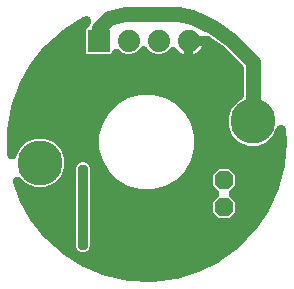
<source format=gbl>
G04 EAGLE Gerber RS-274X export*
G75*
%MOMM*%
%FSLAX34Y34*%
%LPD*%
%INBottom Copper*%
%IPPOS*%
%AMOC8*
5,1,8,0,0,1.08239X$1,22.5*%
G01*
%ADD10C,3.810000*%
%ADD11R,1.879600X1.879600*%
%ADD12C,1.879600*%
%ADD13P,1.732040X8X22.500000*%
%ADD14C,1.270000*%
%ADD15C,0.956400*%
%ADD16C,0.812800*%

G36*
X130260Y6473D02*
X130260Y6473D01*
X130331Y6485D01*
X130379Y6487D01*
X149657Y8955D01*
X150216Y9067D01*
X150283Y9091D01*
X150331Y9101D01*
X168914Y14792D01*
X169446Y14996D01*
X169508Y15031D01*
X169553Y15049D01*
X186908Y23798D01*
X187397Y24090D01*
X187453Y24135D01*
X187494Y24160D01*
X203120Y35717D01*
X203219Y35801D01*
X203295Y35857D01*
X203375Y35934D01*
X203553Y36087D01*
X203601Y36140D01*
X203638Y36172D01*
X217086Y50203D01*
X217450Y50641D01*
X217488Y50702D01*
X217518Y50739D01*
X228402Y66842D01*
X228687Y67335D01*
X228714Y67401D01*
X228738Y67443D01*
X236743Y85153D01*
X236941Y85688D01*
X236956Y85758D01*
X236973Y85803D01*
X241870Y104611D01*
X241974Y105171D01*
X241978Y105243D01*
X241986Y105290D01*
X243635Y124655D01*
X243643Y125225D01*
X243634Y125296D01*
X243635Y125345D01*
X242735Y135919D01*
X242708Y136088D01*
X242692Y136257D01*
X242664Y136369D01*
X242647Y136482D01*
X242597Y136645D01*
X242557Y136811D01*
X242514Y136918D01*
X242481Y137028D01*
X242409Y137182D01*
X242346Y137340D01*
X242289Y137440D01*
X242240Y137544D01*
X242147Y137687D01*
X242063Y137835D01*
X241992Y137925D01*
X241930Y138022D01*
X241818Y138150D01*
X241714Y138285D01*
X241631Y138365D01*
X241556Y138452D01*
X241427Y138563D01*
X241305Y138682D01*
X241212Y138749D01*
X241125Y138825D01*
X240982Y138917D01*
X240844Y139017D01*
X240743Y139072D01*
X240646Y139134D01*
X240492Y139205D01*
X240342Y139286D01*
X240234Y139325D01*
X240129Y139373D01*
X239966Y139422D01*
X239806Y139481D01*
X239694Y139504D01*
X239584Y139538D01*
X239415Y139564D01*
X239249Y139599D01*
X239134Y139607D01*
X239021Y139624D01*
X238851Y139626D01*
X238681Y139638D01*
X238566Y139630D01*
X238451Y139631D01*
X238282Y139610D01*
X238112Y139597D01*
X238000Y139573D01*
X237886Y139559D01*
X237721Y139513D01*
X237555Y139478D01*
X237447Y139438D01*
X237336Y139407D01*
X237180Y139340D01*
X237020Y139281D01*
X236919Y139227D01*
X236813Y139181D01*
X236668Y139092D01*
X236518Y139012D01*
X236426Y138944D01*
X236327Y138884D01*
X236196Y138775D01*
X236059Y138675D01*
X235977Y138594D01*
X235888Y138521D01*
X235773Y138396D01*
X235651Y138277D01*
X235581Y138185D01*
X235503Y138101D01*
X235407Y137961D01*
X235303Y137826D01*
X235262Y137749D01*
X235181Y137631D01*
X234944Y137152D01*
X234932Y137130D01*
X232326Y130839D01*
X226539Y125052D01*
X218977Y121919D01*
X210791Y121919D01*
X203229Y125052D01*
X197442Y130839D01*
X194309Y138401D01*
X194309Y146587D01*
X197442Y154149D01*
X203229Y159936D01*
X204501Y160463D01*
X204503Y160464D01*
X204506Y160465D01*
X204767Y160596D01*
X205011Y160718D01*
X205013Y160719D01*
X205015Y160720D01*
X205250Y160882D01*
X205480Y161041D01*
X205482Y161043D01*
X205484Y161044D01*
X205690Y161234D01*
X205899Y161426D01*
X205901Y161429D01*
X205903Y161430D01*
X206086Y161654D01*
X206261Y161867D01*
X206262Y161869D01*
X206264Y161871D01*
X206413Y162118D01*
X206557Y162354D01*
X206558Y162356D01*
X206559Y162359D01*
X206669Y162614D01*
X206782Y162877D01*
X206783Y162880D01*
X206784Y162882D01*
X206854Y163142D01*
X206932Y163427D01*
X206932Y163430D01*
X206933Y163432D01*
X206934Y163446D01*
X207003Y163992D01*
X207001Y164132D01*
X207009Y164217D01*
X207009Y188242D01*
X207005Y188303D01*
X207007Y188363D01*
X206985Y188586D01*
X206969Y188811D01*
X206957Y188870D01*
X206951Y188930D01*
X206897Y189148D01*
X206850Y189368D01*
X206830Y189425D01*
X206815Y189483D01*
X206732Y189692D01*
X206654Y189903D01*
X206626Y189956D01*
X206604Y190012D01*
X206492Y190207D01*
X206386Y190405D01*
X206350Y190454D01*
X206320Y190507D01*
X206245Y190598D01*
X206049Y190865D01*
X205892Y191026D01*
X205819Y191116D01*
X191886Y205048D01*
X191456Y205422D01*
X191386Y205468D01*
X191344Y205504D01*
X178863Y214243D01*
X178823Y214267D01*
X178787Y214295D01*
X178580Y214413D01*
X178374Y214536D01*
X178332Y214554D01*
X178292Y214577D01*
X178070Y214665D01*
X177849Y214758D01*
X177805Y214770D01*
X177763Y214787D01*
X177529Y214844D01*
X177299Y214905D01*
X177253Y214910D01*
X177209Y214921D01*
X176970Y214944D01*
X176733Y214973D01*
X176687Y214972D01*
X176642Y214976D01*
X176402Y214966D01*
X176163Y214961D01*
X176118Y214954D01*
X176072Y214952D01*
X175837Y214908D01*
X175601Y214870D01*
X175557Y214856D01*
X175512Y214848D01*
X175285Y214772D01*
X175057Y214701D01*
X175015Y214681D01*
X174972Y214667D01*
X174906Y214633D01*
X160530Y214633D01*
X160301Y214617D01*
X160071Y214607D01*
X160017Y214597D01*
X159962Y214593D01*
X159737Y214545D01*
X159511Y214503D01*
X159458Y214486D01*
X159405Y214474D01*
X159189Y214395D01*
X158970Y214322D01*
X158921Y214297D01*
X158870Y214279D01*
X158667Y214170D01*
X158461Y214067D01*
X158416Y214036D01*
X158367Y214010D01*
X158182Y213874D01*
X157992Y213743D01*
X157952Y213706D01*
X157907Y213673D01*
X157742Y213513D01*
X157573Y213357D01*
X157573Y213356D01*
X157538Y213314D01*
X157499Y213275D01*
X157358Y213094D01*
X157212Y212915D01*
X157183Y212868D01*
X157150Y212825D01*
X157036Y212625D01*
X156916Y212428D01*
X156895Y212378D01*
X156868Y212330D01*
X156782Y212115D01*
X156692Y211904D01*
X156678Y211852D01*
X156657Y211800D01*
X156603Y211576D01*
X156543Y211354D01*
X156539Y211310D01*
X156523Y211246D01*
X156468Y210679D01*
X156471Y210614D01*
X156467Y210570D01*
X156467Y199337D01*
X155947Y199506D01*
X154273Y200359D01*
X152752Y201464D01*
X151424Y202792D01*
X150591Y203939D01*
X150542Y203996D01*
X150520Y204028D01*
X150467Y204086D01*
X150421Y204141D01*
X150253Y204345D01*
X150238Y204359D01*
X150225Y204375D01*
X150028Y204551D01*
X149833Y204730D01*
X149816Y204742D01*
X149801Y204756D01*
X149581Y204904D01*
X149364Y205053D01*
X149345Y205062D01*
X149328Y205074D01*
X149089Y205189D01*
X148854Y205306D01*
X148834Y205313D01*
X148815Y205322D01*
X148564Y205403D01*
X148313Y205486D01*
X148292Y205490D01*
X148273Y205496D01*
X148013Y205541D01*
X147752Y205589D01*
X147732Y205590D01*
X147711Y205593D01*
X147448Y205601D01*
X147183Y205612D01*
X147162Y205610D01*
X147142Y205610D01*
X146880Y205581D01*
X146616Y205555D01*
X146596Y205550D01*
X146575Y205548D01*
X146320Y205482D01*
X146063Y205419D01*
X146043Y205412D01*
X146023Y205406D01*
X145779Y205306D01*
X145534Y205208D01*
X145516Y205197D01*
X145496Y205189D01*
X145268Y205055D01*
X145039Y204924D01*
X145026Y204913D01*
X145005Y204901D01*
X144559Y204546D01*
X144484Y204468D01*
X144431Y204423D01*
X141317Y201310D01*
X137303Y199647D01*
X132957Y199647D01*
X128943Y201310D01*
X125303Y204950D01*
X125129Y205101D01*
X124960Y205256D01*
X124914Y205287D01*
X124873Y205323D01*
X124680Y205449D01*
X124490Y205579D01*
X124441Y205603D01*
X124395Y205633D01*
X124186Y205730D01*
X123980Y205833D01*
X123928Y205850D01*
X123878Y205873D01*
X123657Y205940D01*
X123439Y206013D01*
X123385Y206022D01*
X123333Y206038D01*
X123105Y206074D01*
X122879Y206115D01*
X122824Y206117D01*
X122770Y206126D01*
X122540Y206129D01*
X122309Y206138D01*
X122255Y206133D01*
X122200Y206133D01*
X121971Y206104D01*
X121742Y206081D01*
X121689Y206068D01*
X121635Y206061D01*
X121412Y206000D01*
X121189Y205946D01*
X121138Y205925D01*
X121085Y205911D01*
X120873Y205819D01*
X120660Y205734D01*
X120613Y205707D01*
X120562Y205685D01*
X120365Y205565D01*
X120166Y205451D01*
X120132Y205422D01*
X120076Y205388D01*
X119635Y205026D01*
X119591Y204978D01*
X119557Y204950D01*
X115917Y201310D01*
X111903Y199647D01*
X107557Y199647D01*
X103543Y201310D01*
X102189Y202664D01*
X102102Y202739D01*
X102022Y202822D01*
X101887Y202926D01*
X101759Y203037D01*
X101662Y203100D01*
X101571Y203171D01*
X101424Y203255D01*
X101281Y203347D01*
X101176Y203396D01*
X101076Y203453D01*
X100918Y203516D01*
X100764Y203587D01*
X100654Y203621D01*
X100547Y203663D01*
X100381Y203703D01*
X100219Y203752D01*
X100105Y203770D01*
X99993Y203797D01*
X99823Y203814D01*
X99656Y203840D01*
X99541Y203841D01*
X99426Y203852D01*
X99256Y203845D01*
X99086Y203847D01*
X98972Y203833D01*
X98856Y203828D01*
X98689Y203797D01*
X98521Y203775D01*
X98409Y203745D01*
X98296Y203724D01*
X98135Y203670D01*
X97971Y203625D01*
X97865Y203579D01*
X97756Y203543D01*
X97604Y203466D01*
X97448Y203399D01*
X97350Y203339D01*
X97247Y203287D01*
X97106Y203191D01*
X96962Y203102D01*
X96873Y203029D01*
X96778Y202964D01*
X96653Y202848D01*
X96521Y202740D01*
X96444Y202656D01*
X96359Y202577D01*
X96251Y202446D01*
X96136Y202320D01*
X96071Y202226D01*
X95998Y202136D01*
X95910Y201991D01*
X95814Y201851D01*
X95762Y201747D01*
X95703Y201649D01*
X95636Y201493D01*
X95560Y201341D01*
X95524Y201231D01*
X95478Y201125D01*
X95434Y200961D01*
X95380Y200800D01*
X95359Y200686D01*
X95345Y200632D01*
X94360Y199647D01*
X74300Y199647D01*
X73407Y200540D01*
X73407Y220600D01*
X74599Y221791D01*
X74753Y221848D01*
X74756Y221849D01*
X74758Y221850D01*
X75002Y221981D01*
X75256Y222116D01*
X75258Y222118D01*
X75260Y222119D01*
X75483Y222283D01*
X75716Y222453D01*
X75718Y222455D01*
X75720Y222456D01*
X75914Y222646D01*
X76124Y222850D01*
X76126Y222852D01*
X76128Y222854D01*
X76298Y223076D01*
X76473Y223301D01*
X76474Y223303D01*
X76476Y223305D01*
X76482Y223317D01*
X76755Y223796D01*
X76806Y223926D01*
X76847Y224001D01*
X77658Y225959D01*
X77687Y226048D01*
X77725Y226134D01*
X77778Y226318D01*
X77838Y226500D01*
X77855Y226592D01*
X77881Y226682D01*
X77907Y226872D01*
X77941Y227060D01*
X77945Y227153D01*
X77958Y227246D01*
X77957Y227438D01*
X77965Y227629D01*
X77956Y227722D01*
X77956Y227816D01*
X77928Y228006D01*
X77909Y228196D01*
X77887Y228287D01*
X77874Y228380D01*
X77820Y228564D01*
X77774Y228750D01*
X77740Y228837D01*
X77713Y228927D01*
X77634Y229101D01*
X77563Y229279D01*
X77517Y229360D01*
X77478Y229446D01*
X77376Y229608D01*
X77281Y229774D01*
X77223Y229848D01*
X77173Y229927D01*
X77049Y230073D01*
X76931Y230224D01*
X76864Y230289D01*
X76803Y230360D01*
X76660Y230487D01*
X76522Y230621D01*
X76447Y230676D01*
X76377Y230738D01*
X76217Y230844D01*
X76062Y230957D01*
X75979Y231001D01*
X75901Y231052D01*
X75728Y231134D01*
X75559Y231225D01*
X75471Y231257D01*
X75387Y231297D01*
X75204Y231354D01*
X75024Y231420D01*
X74932Y231439D01*
X74843Y231467D01*
X74654Y231498D01*
X74467Y231538D01*
X74373Y231545D01*
X74281Y231560D01*
X74089Y231564D01*
X73898Y231577D01*
X73805Y231571D01*
X73711Y231573D01*
X73521Y231550D01*
X73330Y231537D01*
X73238Y231517D01*
X73145Y231506D01*
X73029Y231472D01*
X72773Y231417D01*
X72505Y231318D01*
X72389Y231284D01*
X71898Y231087D01*
X71385Y230838D01*
X71326Y230798D01*
X71283Y230777D01*
X54733Y220587D01*
X54270Y220255D01*
X54218Y220205D01*
X54179Y220177D01*
X39589Y207337D01*
X39189Y206931D01*
X39146Y206874D01*
X39113Y206839D01*
X26903Y191718D01*
X26577Y191251D01*
X26545Y191187D01*
X26517Y191147D01*
X17039Y174180D01*
X16796Y173664D01*
X16775Y173596D01*
X16755Y173552D01*
X10280Y155227D01*
X10128Y154678D01*
X10119Y154606D01*
X10107Y154560D01*
X6822Y135404D01*
X6765Y134837D01*
X6768Y134765D01*
X6764Y134718D01*
X6764Y115282D01*
X6803Y114714D01*
X6818Y114644D01*
X6822Y114596D01*
X6983Y113655D01*
X7052Y113374D01*
X7117Y113106D01*
X7118Y113104D01*
X7119Y113102D01*
X7222Y112844D01*
X7328Y112577D01*
X7329Y112575D01*
X7330Y112573D01*
X7478Y112315D01*
X7611Y112082D01*
X7612Y112080D01*
X7614Y112078D01*
X7790Y111852D01*
X7960Y111632D01*
X7962Y111630D01*
X7963Y111629D01*
X8162Y111436D01*
X8369Y111235D01*
X8371Y111234D01*
X8373Y111232D01*
X8602Y111065D01*
X8830Y110899D01*
X8832Y110898D01*
X8833Y110897D01*
X9079Y110766D01*
X9332Y110631D01*
X9335Y110630D01*
X9337Y110629D01*
X9589Y110538D01*
X9868Y110436D01*
X9870Y110436D01*
X9872Y110435D01*
X10139Y110379D01*
X10425Y110318D01*
X10427Y110318D01*
X10430Y110317D01*
X10711Y110298D01*
X10994Y110279D01*
X10996Y110279D01*
X10998Y110279D01*
X11281Y110299D01*
X11562Y110319D01*
X11564Y110320D01*
X11566Y110320D01*
X11838Y110379D01*
X12119Y110439D01*
X12121Y110440D01*
X12123Y110440D01*
X12389Y110539D01*
X12654Y110636D01*
X12656Y110637D01*
X12658Y110638D01*
X12914Y110775D01*
X13156Y110905D01*
X13158Y110906D01*
X13160Y110908D01*
X13390Y111077D01*
X13615Y111242D01*
X13617Y111244D01*
X13619Y111245D01*
X13829Y111451D01*
X14023Y111640D01*
X14024Y111642D01*
X14026Y111644D01*
X14203Y111873D01*
X14371Y112091D01*
X14372Y112093D01*
X14374Y112095D01*
X14655Y112591D01*
X14703Y112714D01*
X14742Y112787D01*
X17356Y119097D01*
X23143Y124884D01*
X30705Y128017D01*
X38891Y128017D01*
X46453Y124884D01*
X52240Y119097D01*
X55373Y111535D01*
X55373Y103349D01*
X52240Y95787D01*
X46453Y90000D01*
X38891Y86867D01*
X30705Y86867D01*
X23143Y90000D01*
X18537Y94606D01*
X18359Y94760D01*
X18186Y94918D01*
X18145Y94947D01*
X18107Y94980D01*
X17910Y95107D01*
X17716Y95240D01*
X17671Y95262D01*
X17629Y95289D01*
X17416Y95388D01*
X17205Y95492D01*
X17157Y95508D01*
X17112Y95529D01*
X16887Y95597D01*
X16664Y95671D01*
X16615Y95680D01*
X16566Y95695D01*
X16335Y95730D01*
X16103Y95772D01*
X16053Y95774D01*
X16003Y95782D01*
X15769Y95785D01*
X15534Y95794D01*
X15484Y95789D01*
X15434Y95790D01*
X15201Y95760D01*
X14967Y95736D01*
X14918Y95724D01*
X14868Y95717D01*
X14642Y95655D01*
X14414Y95599D01*
X14368Y95580D01*
X14319Y95567D01*
X14103Y95474D01*
X13886Y95386D01*
X13842Y95361D01*
X13796Y95341D01*
X13595Y95219D01*
X13392Y95102D01*
X13352Y95071D01*
X13309Y95044D01*
X13128Y94895D01*
X12943Y94751D01*
X12908Y94714D01*
X12869Y94683D01*
X12711Y94510D01*
X12548Y94340D01*
X12518Y94300D01*
X12484Y94263D01*
X12352Y94070D01*
X12214Y93879D01*
X12190Y93834D01*
X12162Y93793D01*
X12057Y93583D01*
X11947Y93375D01*
X11930Y93328D01*
X11908Y93283D01*
X11834Y93060D01*
X11754Y92839D01*
X11744Y92790D01*
X11728Y92742D01*
X11686Y92511D01*
X11638Y92281D01*
X11634Y92231D01*
X11625Y92182D01*
X11616Y91947D01*
X11601Y91713D01*
X11604Y91663D01*
X11602Y91612D01*
X11626Y91378D01*
X11643Y91145D01*
X11653Y91105D01*
X11659Y91045D01*
X11795Y90492D01*
X11821Y90426D01*
X11833Y90379D01*
X16755Y76448D01*
X16982Y75926D01*
X17019Y75865D01*
X17039Y75820D01*
X26517Y58853D01*
X26829Y58376D01*
X26876Y58322D01*
X26903Y58282D01*
X39113Y43161D01*
X39501Y42744D01*
X39556Y42699D01*
X39589Y42663D01*
X54179Y29823D01*
X54632Y29477D01*
X54694Y29442D01*
X54733Y29413D01*
X71283Y19223D01*
X71425Y19149D01*
X71516Y19094D01*
X71596Y19059D01*
X71788Y18959D01*
X71855Y18935D01*
X71898Y18913D01*
X89932Y11666D01*
X90474Y11492D01*
X90544Y11479D01*
X90591Y11465D01*
X109590Y7370D01*
X110154Y7289D01*
X110225Y7289D01*
X110273Y7282D01*
X129691Y6458D01*
X130260Y6473D01*
G37*
%LPC*%
G36*
X119723Y84919D02*
X119723Y84919D01*
X109529Y87651D01*
X100390Y92927D01*
X92927Y100390D01*
X87651Y109529D01*
X84919Y119723D01*
X84919Y130277D01*
X87651Y140471D01*
X92927Y149610D01*
X100390Y157073D01*
X109529Y162349D01*
X119723Y165081D01*
X130277Y165081D01*
X140471Y162349D01*
X149610Y157073D01*
X157073Y149610D01*
X162349Y140471D01*
X165081Y130277D01*
X165081Y119723D01*
X162349Y109529D01*
X157073Y100390D01*
X149610Y92927D01*
X140471Y87651D01*
X130277Y84919D01*
X119723Y84919D01*
G37*
%LPD*%
%LPC*%
G36*
X69866Y31793D02*
X69866Y31793D01*
X67547Y32753D01*
X65773Y34527D01*
X64813Y36846D01*
X64813Y39354D01*
X65222Y40341D01*
X65259Y40453D01*
X65306Y40561D01*
X65349Y40723D01*
X65403Y40882D01*
X65424Y40998D01*
X65455Y41111D01*
X65466Y41225D01*
X65506Y41442D01*
X65520Y41780D01*
X65531Y41896D01*
X65531Y97804D01*
X65523Y97922D01*
X65524Y98039D01*
X65503Y98205D01*
X65491Y98372D01*
X65467Y98488D01*
X65452Y98605D01*
X65418Y98714D01*
X65372Y98929D01*
X65256Y99247D01*
X65222Y99359D01*
X64813Y100346D01*
X64813Y102854D01*
X65773Y105173D01*
X67547Y106947D01*
X69866Y107907D01*
X72374Y107907D01*
X74693Y106947D01*
X76467Y105173D01*
X77427Y102854D01*
X77427Y100346D01*
X77018Y99359D01*
X76981Y99247D01*
X76934Y99139D01*
X76891Y98977D01*
X76837Y98818D01*
X76816Y98702D01*
X76785Y98589D01*
X76774Y98475D01*
X76734Y98258D01*
X76720Y97920D01*
X76709Y97804D01*
X76709Y41896D01*
X76717Y41778D01*
X76716Y41661D01*
X76737Y41495D01*
X76749Y41328D01*
X76773Y41212D01*
X76788Y41095D01*
X76822Y40986D01*
X76868Y40771D01*
X76984Y40453D01*
X77018Y40341D01*
X77427Y39354D01*
X77427Y36846D01*
X76467Y34527D01*
X74693Y32753D01*
X72374Y31793D01*
X69866Y31793D01*
G37*
%LPD*%
%LPC*%
G36*
X186554Y60574D02*
X186554Y60574D01*
X180974Y66154D01*
X180974Y74046D01*
X185460Y78532D01*
X185611Y78706D01*
X185767Y78875D01*
X185798Y78921D01*
X185834Y78962D01*
X185959Y79155D01*
X186090Y79345D01*
X186114Y79394D01*
X186144Y79440D01*
X186241Y79649D01*
X186343Y79855D01*
X186361Y79907D01*
X186384Y79957D01*
X186451Y80178D01*
X186523Y80396D01*
X186533Y80450D01*
X186549Y80502D01*
X186584Y80730D01*
X186626Y80956D01*
X186628Y81011D01*
X186636Y81065D01*
X186639Y81295D01*
X186649Y81526D01*
X186643Y81580D01*
X186644Y81635D01*
X186615Y81864D01*
X186592Y82093D01*
X186579Y82146D01*
X186572Y82200D01*
X186511Y82423D01*
X186456Y82646D01*
X186436Y82697D01*
X186422Y82750D01*
X186330Y82961D01*
X186245Y83175D01*
X186217Y83223D01*
X186196Y83273D01*
X186076Y83470D01*
X185961Y83669D01*
X185933Y83703D01*
X185899Y83759D01*
X185537Y84200D01*
X185489Y84244D01*
X185460Y84278D01*
X180974Y88764D01*
X180974Y96656D01*
X186554Y102236D01*
X194446Y102236D01*
X200026Y96656D01*
X200026Y88764D01*
X195540Y84278D01*
X195388Y84104D01*
X195233Y83935D01*
X195202Y83889D01*
X195166Y83848D01*
X195041Y83655D01*
X194910Y83465D01*
X194886Y83416D01*
X194856Y83370D01*
X194759Y83161D01*
X194657Y82955D01*
X194639Y82903D01*
X194616Y82853D01*
X194549Y82633D01*
X194477Y82414D01*
X194467Y82360D01*
X194451Y82308D01*
X194416Y82081D01*
X194374Y81854D01*
X194372Y81799D01*
X194364Y81745D01*
X194361Y81515D01*
X194351Y81284D01*
X194357Y81230D01*
X194356Y81175D01*
X194385Y80947D01*
X194408Y80718D01*
X194421Y80664D01*
X194428Y80610D01*
X194489Y80387D01*
X194544Y80164D01*
X194564Y80113D01*
X194578Y80060D01*
X194670Y79849D01*
X194755Y79635D01*
X194783Y79587D01*
X194804Y79537D01*
X194924Y79340D01*
X195039Y79141D01*
X195067Y79107D01*
X195101Y79051D01*
X195463Y78610D01*
X195511Y78566D01*
X195540Y78532D01*
X200026Y74046D01*
X200026Y66154D01*
X194446Y60574D01*
X186554Y60574D01*
G37*
%LPD*%
%LPC*%
G36*
X164593Y206507D02*
X164593Y206507D01*
X171763Y206507D01*
X171594Y205987D01*
X170741Y204313D01*
X169636Y202792D01*
X168308Y201464D01*
X166787Y200359D01*
X165113Y199506D01*
X164593Y199337D01*
X164593Y206507D01*
G37*
%LPD*%
D10*
X34798Y107442D03*
X214884Y142494D03*
D11*
X84330Y210570D03*
D12*
X109730Y210570D03*
X135130Y210570D03*
X160530Y210570D03*
D13*
X190500Y92710D03*
X190500Y70100D03*
D14*
X84330Y210570D02*
X84330Y221490D01*
X92801Y229961D02*
X106680Y233680D01*
X92801Y229961D02*
X84330Y221490D01*
X106680Y233680D02*
X151643Y233680D01*
X163409Y230527D01*
X181150Y222255D01*
X196716Y211355D01*
X214884Y193187D02*
X214884Y142494D01*
X214884Y193187D02*
X196716Y211355D01*
D15*
X71120Y101600D03*
D16*
X71120Y38100D01*
D15*
X71120Y38100D03*
M02*

</source>
